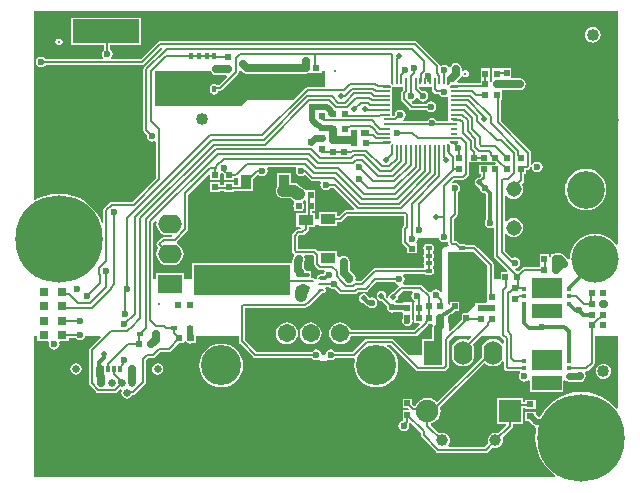
<source format=gtl>
G04*
G04 #@! TF.GenerationSoftware,Altium Limited,Altium Designer,20.0.7 (75)*
G04*
G04 Layer_Physical_Order=1*
G04 Layer_Color=255*
%FSLAX44Y44*%
%MOMM*%
G71*
G01*
G75*
%ADD11C,0.2000*%
%ADD13C,0.3000*%
%ADD18R,0.3500X0.6000*%
%ADD19R,0.4800X0.4000*%
%ADD20R,0.9100X1.2200*%
%ADD21R,1.2200X0.9100*%
%ADD22R,0.8000X0.8000*%
%ADD23R,0.6000X0.5000*%
%ADD24R,0.5000X0.6000*%
%ADD25R,0.5000X0.5000*%
%ADD26R,0.5000X0.5000*%
%ADD27R,1.3000X0.9000*%
%ADD28C,0.5000*%
%ADD29R,5.6000X2.0000*%
%ADD30R,8.2000X2.6000*%
%ADD31R,0.4000X0.6000*%
%ADD32O,0.4000X0.6000*%
%ADD33R,0.6300X0.2500*%
%ADD34R,0.3000X0.2500*%
%ADD35R,0.2500X0.3000*%
%ADD36R,0.2500X0.6300*%
%ADD37O,0.6000X0.4000*%
%ADD38R,0.6000X0.4000*%
%ADD39R,0.4000X0.4000*%
%ADD40R,2.5000X1.2000*%
%ADD41R,2.5000X1.8000*%
G04:AMPARAMS|DCode=42|XSize=1.15mm|YSize=0.35mm|CornerRadius=0.0875mm|HoleSize=0mm|Usage=FLASHONLY|Rotation=0.000|XOffset=0mm|YOffset=0mm|HoleType=Round|Shape=RoundedRectangle|*
%AMROUNDEDRECTD42*
21,1,1.1500,0.1750,0,0,0.0*
21,1,0.9750,0.3500,0,0,0.0*
1,1,0.1750,0.4875,-0.0875*
1,1,0.1750,-0.4875,-0.0875*
1,1,0.1750,-0.4875,0.0875*
1,1,0.1750,0.4875,0.0875*
%
%ADD42ROUNDEDRECTD42*%
G04:AMPARAMS|DCode=43|XSize=1.4625mm|YSize=0.2mm|CornerRadius=0.05mm|HoleSize=0mm|Usage=FLASHONLY|Rotation=0.000|XOffset=0mm|YOffset=0mm|HoleType=Round|Shape=RoundedRectangle|*
%AMROUNDEDRECTD43*
21,1,1.4625,0.1000,0,0,0.0*
21,1,1.3625,0.2000,0,0,0.0*
1,1,0.1000,0.6813,-0.0500*
1,1,0.1000,-0.6813,-0.0500*
1,1,0.1000,-0.6813,0.0500*
1,1,0.1000,0.6813,0.0500*
%
%ADD43ROUNDEDRECTD43*%
G04:AMPARAMS|DCode=44|XSize=0.45mm|YSize=0.25mm|CornerRadius=0.0625mm|HoleSize=0mm|Usage=FLASHONLY|Rotation=0.000|XOffset=0mm|YOffset=0mm|HoleType=Round|Shape=RoundedRectangle|*
%AMROUNDEDRECTD44*
21,1,0.4500,0.1250,0,0,0.0*
21,1,0.3250,0.2500,0,0,0.0*
1,1,0.1250,0.1625,-0.0625*
1,1,0.1250,-0.1625,-0.0625*
1,1,0.1250,-0.1625,0.0625*
1,1,0.1250,0.1625,0.0625*
%
%ADD44ROUNDEDRECTD44*%
%ADD88C,1.0160*%
%ADD89C,0.7000*%
%ADD90C,0.5000*%
%ADD91C,0.4700*%
%ADD92C,0.4500*%
%ADD93C,0.6000*%
%ADD94C,1.0000*%
%ADD95C,0.2500*%
%ADD96C,0.4000*%
%ADD97C,0.6500*%
%ADD98O,1.0000X2.0000*%
%ADD99O,1.3000X0.6500*%
%ADD100R,1.5450X1.5450*%
%ADD101C,1.5450*%
%ADD102C,3.3960*%
%ADD103C,4.0000*%
%ADD104C,1.3080*%
%ADD105C,1.9000*%
%ADD106C,1.0000*%
%ADD107R,1.9000X1.9000*%
%ADD108O,2.0000X1.6000*%
%ADD109R,2.0000X1.6000*%
%ADD110O,1.6000X2.0000*%
%ADD111R,1.6000X2.0000*%
%ADD112C,7.4000*%
%ADD113C,3.2000*%
%ADD114C,0.3000*%
%ADD115C,0.6000*%
G36*
X249000Y333049D02*
X234686D01*
X233711Y332855D01*
X232884Y332302D01*
X222582Y322000D01*
X183000D01*
X178000Y317000D01*
X105000D01*
Y345567D01*
X105433Y346000D01*
X152323D01*
X153395Y344395D01*
X155049Y343290D01*
X157000Y342902D01*
X157000Y342902D01*
X165744D01*
X166270Y341632D01*
X159444Y334806D01*
X157600D01*
X156866Y335297D01*
X155500Y335569D01*
X154134Y335297D01*
X152977Y334523D01*
X152203Y333366D01*
X151931Y332000D01*
Y330000D01*
X152203Y328634D01*
X152977Y327477D01*
X154134Y326703D01*
X155500Y326431D01*
X156866Y326703D01*
X158023Y327477D01*
X158797Y328634D01*
X159011Y329709D01*
X160500D01*
X161476Y329902D01*
X162302Y330455D01*
X175302Y343455D01*
X175855Y344282D01*
X176049Y345257D01*
Y346000D01*
X178790D01*
X179395Y345395D01*
X181049Y344290D01*
X183000Y343902D01*
X233000D01*
X234951Y344290D01*
X235791Y344852D01*
X237000Y345000D01*
X237500D01*
X237500Y345000D01*
X246500D01*
Y346000D01*
X249000D01*
Y333049D01*
D02*
G37*
G36*
X307250Y334650D02*
X306150D01*
X304750Y336050D01*
Y340950D01*
X307250D01*
Y334650D01*
D02*
G37*
G36*
X355250Y336050D02*
X353850Y334650D01*
X352750D01*
Y340950D01*
X355250D01*
Y336050D01*
D02*
G37*
G36*
X304750Y333250D02*
Y332150D01*
X298450D01*
Y334650D01*
X303350D01*
X304750Y333250D01*
D02*
G37*
G36*
X361550Y332150D02*
X355250D01*
Y333250D01*
X356650Y334650D01*
X361550D01*
Y332150D01*
D02*
G37*
G36*
X339451Y331000D02*
X339645Y330025D01*
X340198Y329198D01*
X342198Y327198D01*
X343025Y326645D01*
X344000Y326451D01*
X345957D01*
X346756Y325256D01*
X348244Y324261D01*
X350000Y323912D01*
X351756Y324261D01*
X352480Y324745D01*
X353750Y324066D01*
Y314650D01*
Y303949D01*
X344110D01*
X343244Y305244D01*
X341756Y306239D01*
X340000Y306588D01*
X338244Y306239D01*
X336756Y305244D01*
X335890Y303949D01*
X315826D01*
X315441Y305219D01*
X316244Y305756D01*
X317239Y307244D01*
X317588Y309000D01*
X317239Y310756D01*
X316244Y312244D01*
X314756Y313239D01*
X313000Y313588D01*
X311244Y313239D01*
X309756Y312244D01*
X308761Y310756D01*
X308436Y309124D01*
X307520Y308207D01*
X306250Y308572D01*
Y322650D01*
Y331852D01*
X306374Y332150D01*
Y333026D01*
X307250D01*
X307549Y333150D01*
X315451D01*
Y330541D01*
X314198Y329288D01*
X313645Y328461D01*
X313451Y327485D01*
Y322515D01*
X313645Y321539D01*
X314198Y320712D01*
X320712Y314198D01*
X321539Y313645D01*
X322515Y313451D01*
X335291D01*
X335756Y312756D01*
X337244Y311761D01*
X339000Y311412D01*
X340756Y311761D01*
X342244Y312756D01*
X343239Y314244D01*
X343588Y316000D01*
X343239Y317756D01*
X342244Y319244D01*
X340756Y320239D01*
X339000Y320588D01*
X337244Y320239D01*
X335756Y319244D01*
X335291Y318549D01*
X323751D01*
X322933Y319529D01*
X323302Y320671D01*
X323756Y320761D01*
X325244Y321756D01*
X326239Y323244D01*
X326353Y323815D01*
X327648D01*
X327761Y323244D01*
X328756Y321756D01*
X330244Y320761D01*
X332000Y320412D01*
X333756Y320761D01*
X335244Y321756D01*
X336239Y323244D01*
X336588Y325000D01*
X336239Y326756D01*
X335244Y328244D01*
X333756Y329239D01*
X332000Y329588D01*
X331180Y329425D01*
X328725Y331880D01*
X328974Y333150D01*
X339451D01*
Y331000D01*
D02*
G37*
G36*
X361550Y284150D02*
X356650D01*
X355250Y285550D01*
Y286650D01*
X361550D01*
Y284150D01*
D02*
G37*
G36*
X304750Y285550D02*
X303350Y284150D01*
X298450D01*
Y286650D01*
X304750D01*
Y285550D01*
D02*
G37*
G36*
X355250Y282750D02*
Y277850D01*
X352750D01*
Y284150D01*
X353850D01*
X355250Y282750D01*
D02*
G37*
G36*
X307250Y277850D02*
X304750D01*
Y282750D01*
X306150Y284150D01*
X307250D01*
Y277850D01*
D02*
G37*
G36*
X388000Y269000D02*
X388500Y269000D01*
X389270Y269000D01*
X392993D01*
X393525Y268645D01*
X393641Y268270D01*
X392724Y267000D01*
X388500D01*
Y267000D01*
X388000Y267000D01*
Y267000D01*
X380000D01*
Y259000D01*
X381119D01*
X381313Y257730D01*
X379578Y255994D01*
X378439Y255768D01*
X377116Y254884D01*
X376232Y253561D01*
X375922Y252000D01*
X376232Y250439D01*
X377116Y249116D01*
X378439Y248232D01*
X378835Y248153D01*
X379912Y247500D01*
X380261Y245744D01*
X381256Y244256D01*
X382744Y243261D01*
X384500Y242912D01*
X384719Y242955D01*
X385941Y241733D01*
Y221368D01*
X385756Y221244D01*
X384761Y219756D01*
X384412Y218000D01*
X384761Y216244D01*
X385756Y214756D01*
X387244Y213761D01*
X389000Y213412D01*
X390756Y213761D01*
X391181Y214045D01*
X392451Y213366D01*
Y190000D01*
X392645Y189025D01*
X393198Y188198D01*
X403722Y177673D01*
X403236Y176500D01*
X398000D01*
Y170000D01*
X392549D01*
Y182000D01*
X392355Y182976D01*
X391802Y183802D01*
X389605Y186000D01*
X389605Y186000D01*
X379000Y196605D01*
X379000Y196605D01*
X377302Y198302D01*
X376475Y198855D01*
X375500Y199049D01*
X368485D01*
X367366Y199797D01*
X366000Y200069D01*
X364000D01*
X363971Y200063D01*
X362231Y201802D01*
X361404Y202355D01*
X360429Y202549D01*
X358549D01*
Y220989D01*
X360802Y223242D01*
X361355Y224069D01*
X361549Y225045D01*
Y243291D01*
X362244Y243756D01*
X363239Y245244D01*
X363588Y247000D01*
X363239Y248756D01*
X362244Y250244D01*
X360756Y251239D01*
X359000Y251588D01*
X357738Y251337D01*
X357112Y252507D01*
X359056Y254451D01*
X366243D01*
X367218Y254645D01*
X368045Y255198D01*
X370302Y257455D01*
X370855Y258282D01*
X371049Y259257D01*
Y269000D01*
X379500D01*
Y269000D01*
X380000Y269000D01*
Y269000D01*
X388000D01*
Y269000D01*
D02*
G37*
G36*
X497000Y199626D02*
X495730Y199287D01*
X493276Y202276D01*
X490003Y204963D01*
X486268Y206959D01*
X482215Y208189D01*
X478000Y208604D01*
X473785Y208189D01*
X469733Y206959D01*
X465998Y204963D01*
X462724Y202276D01*
X460037Y199002D01*
X458041Y195268D01*
X456811Y191215D01*
X456451Y187555D01*
X455153Y187057D01*
X451605Y190605D01*
X449951Y191710D01*
X448000Y192098D01*
X445000D01*
X443049Y191710D01*
X442735Y191500D01*
X441000D01*
Y190013D01*
X440290Y188951D01*
X440270Y188850D01*
X439000Y188975D01*
Y191500D01*
X431000D01*
Y183770D01*
X431000Y182500D01*
X431000D01*
Y182500D01*
X431000D01*
Y180549D01*
X418000D01*
X417024Y180355D01*
X416198Y179802D01*
X413234Y176839D01*
X411766D01*
X410407Y178198D01*
X410825Y179576D01*
X411756Y179761D01*
X413244Y180756D01*
X414239Y182244D01*
X414588Y184000D01*
X414239Y185756D01*
X413244Y187244D01*
X411756Y188239D01*
X410000Y188588D01*
X408244Y188239D01*
X407718Y187887D01*
X401549Y194056D01*
Y208217D01*
X402819Y208648D01*
X403266Y208066D01*
X404945Y206777D01*
X406901Y205967D01*
X409000Y205691D01*
X411099Y205967D01*
X413055Y206777D01*
X414734Y208066D01*
X416023Y209745D01*
X416833Y211701D01*
X417109Y213800D01*
X416833Y215899D01*
X416023Y217855D01*
X414734Y219534D01*
X413055Y220823D01*
X411099Y221633D01*
X409000Y221909D01*
X406901Y221633D01*
X404945Y220823D01*
X403266Y219534D01*
X402819Y218952D01*
X401549Y219383D01*
Y240617D01*
X402819Y241048D01*
X403266Y240466D01*
X404945Y239177D01*
X406901Y238367D01*
X409000Y238091D01*
X411099Y238367D01*
X413055Y239177D01*
X414734Y240466D01*
X416023Y242145D01*
X416833Y244101D01*
X417109Y246200D01*
X416833Y248299D01*
X416023Y250255D01*
X415652Y250739D01*
X416802Y251889D01*
X417355Y252716D01*
X417549Y253692D01*
Y259000D01*
X419500D01*
Y262451D01*
X420000D01*
X420975Y262645D01*
X421802Y263198D01*
X422802Y264198D01*
X423168Y264744D01*
X424321Y264672D01*
X424489Y264610D01*
X424761Y263244D01*
X425756Y261756D01*
X427244Y260761D01*
X429000Y260412D01*
X430756Y260761D01*
X432244Y261756D01*
X433239Y263244D01*
X433588Y265000D01*
X433239Y266756D01*
X432244Y268244D01*
X430756Y269239D01*
X429000Y269588D01*
X427244Y269239D01*
X425756Y268244D01*
X424819Y266842D01*
X424726Y266830D01*
X423549Y267584D01*
Y277243D01*
X423355Y278218D01*
X422802Y279045D01*
X398049Y303798D01*
Y321500D01*
X399000D01*
Y329902D01*
X414000D01*
X415951Y330290D01*
X417605Y331395D01*
X418710Y333049D01*
X419098Y335000D01*
X418710Y336951D01*
X417605Y338605D01*
X417605D01*
X415951Y339710D01*
X414000Y340098D01*
X407888D01*
X407000Y341000D01*
Y349000D01*
X399000D01*
Y348500D01*
X391000D01*
Y339500D01*
X391000Y339500D01*
X391000Y339000D01*
X390852Y337791D01*
X390290Y336951D01*
X390270Y336850D01*
X389000Y336975D01*
Y339000D01*
X389000D01*
X389000Y339500D01*
X389000D01*
Y348500D01*
X381000D01*
Y339500D01*
X381000D01*
X381000Y339000D01*
X381000D01*
Y336199D01*
X361730D01*
X361668Y336225D01*
X361504Y336384D01*
X361022Y337543D01*
X361160Y337751D01*
X363605Y340195D01*
X364506Y341544D01*
X365560Y341776D01*
X365983Y341740D01*
X366829Y341174D01*
X368000Y340941D01*
X369170Y341174D01*
X370163Y341837D01*
X370826Y342830D01*
X371059Y344000D01*
X370826Y345171D01*
X370163Y346163D01*
X369170Y346826D01*
X368000Y347059D01*
X366829Y346826D01*
X366368Y346518D01*
X365098Y347169D01*
Y348000D01*
X364710Y349951D01*
X363605Y351605D01*
X361951Y352710D01*
X360000Y353098D01*
X358049Y352710D01*
X356395Y351605D01*
X355290Y349951D01*
X355216Y349579D01*
X353868Y349311D01*
X353244Y350244D01*
X351756Y351239D01*
X350000Y351588D01*
X348244Y351239D01*
X347703Y350878D01*
X346889Y351040D01*
X346190Y351394D01*
X345802Y351974D01*
X326974Y370802D01*
X326147Y371355D01*
X325172Y371549D01*
X109343D01*
X108368Y371355D01*
X107541Y370802D01*
X93287Y356549D01*
X68724D01*
X68360Y357464D01*
X68287Y357819D01*
X69239Y359244D01*
X69588Y361000D01*
X69239Y362756D01*
X68244Y364244D01*
X67549Y364709D01*
Y368500D01*
X93500D01*
Y391500D01*
X34500D01*
Y368500D01*
X62451D01*
Y364709D01*
X61756Y364244D01*
X60761Y362756D01*
X60412Y361000D01*
X60761Y359244D01*
X61713Y357819D01*
X61640Y357464D01*
X61276Y356549D01*
X12709D01*
X12244Y357244D01*
X10756Y358239D01*
X9000Y358588D01*
X7244Y358239D01*
X5756Y357244D01*
X4761Y355756D01*
X4412Y354000D01*
X4761Y352244D01*
X5756Y350756D01*
X7244Y349761D01*
X9000Y349412D01*
X10756Y349761D01*
X12244Y350756D01*
X12709Y351451D01*
X94343D01*
X95319Y351645D01*
X96146Y352198D01*
X110185Y366237D01*
X110919Y366148D01*
X111390Y364824D01*
X96198Y349631D01*
X95645Y348804D01*
X95451Y347828D01*
Y296000D01*
X95645Y295025D01*
X96198Y294198D01*
X98575Y291820D01*
X98412Y291000D01*
X98761Y289244D01*
X99756Y287756D01*
X101244Y286761D01*
X103000Y286412D01*
X104756Y286761D01*
X105181Y287045D01*
X106451Y286366D01*
Y255813D01*
X86187Y235549D01*
X68515D01*
X67539Y235355D01*
X66712Y234802D01*
X62198Y230288D01*
X61645Y229461D01*
X61451Y228485D01*
Y217509D01*
X60181Y217257D01*
X58410Y221533D01*
X55244Y226700D01*
X51308Y231308D01*
X46700Y235243D01*
X41533Y238410D01*
X35934Y240729D01*
X30041Y242144D01*
X24000Y242619D01*
X17959Y242144D01*
X12066Y240729D01*
X6467Y238410D01*
X4108Y236964D01*
X3000Y237585D01*
Y397000D01*
X497000D01*
Y199626D01*
D02*
G37*
G36*
X225045Y264181D02*
X224761Y263756D01*
X224412Y262000D01*
X224761Y260244D01*
X225756Y258756D01*
X227244Y257761D01*
X229000Y257412D01*
X230756Y257761D01*
X232244Y258756D01*
X232267Y258758D01*
X236828Y254198D01*
X237655Y253645D01*
X238630Y253451D01*
X245366D01*
X246045Y252181D01*
X245761Y251756D01*
X245412Y250000D01*
X245761Y248244D01*
X246756Y246756D01*
X248244Y245761D01*
X250000Y245412D01*
X251756Y245761D01*
X253244Y246756D01*
X253709Y247451D01*
X256488D01*
X274217Y229722D01*
X273731Y228549D01*
X269691D01*
X268828Y228720D01*
X267172D01*
X266196Y228526D01*
X265369Y227974D01*
X264608Y227213D01*
X264608Y227213D01*
X260944Y223549D01*
X259600D01*
Y227050D01*
X244400D01*
Y221098D01*
X241000D01*
Y226000D01*
X238549D01*
Y228000D01*
X241000D01*
Y236000D01*
X241000D01*
X241000Y236500D01*
X241000D01*
Y245500D01*
X233000D01*
X232003Y246158D01*
X231636Y246636D01*
X230278Y247678D01*
X228939Y248232D01*
X227535Y249636D01*
X226178Y250678D01*
X224596Y251333D01*
X222899Y251556D01*
X220750D01*
Y259600D01*
X208650D01*
Y248705D01*
X208322Y248278D01*
X207667Y246697D01*
X207444Y245000D01*
X207667Y243303D01*
X208322Y241722D01*
X209364Y240364D01*
X210722Y239322D01*
X212303Y238667D01*
X214000Y238444D01*
X220184D01*
X221264Y237364D01*
X222046Y236764D01*
X223000Y236000D01*
Y234113D01*
X222761Y233756D01*
X222412Y232000D01*
X222761Y230244D01*
X223000Y229887D01*
Y228000D01*
X224887D01*
X225244Y227761D01*
X227000Y227412D01*
X228756Y227761D01*
X229113Y228000D01*
X231000D01*
Y229887D01*
X231239Y230244D01*
X231588Y232000D01*
X231239Y233756D01*
X231000Y234113D01*
Y236000D01*
X231000Y236000D01*
X231000D01*
X231846Y236853D01*
X231885Y236875D01*
X233000Y236074D01*
X233000Y236000D01*
X233000D01*
Y228000D01*
X233451D01*
Y226000D01*
X225000D01*
Y214000D01*
X228317D01*
X228949Y212730D01*
X228526Y212170D01*
X227434D01*
X227434Y212170D01*
X226379D01*
X225403Y211976D01*
X224576Y211424D01*
X223830Y210677D01*
X223830Y210677D01*
X222444Y209292D01*
X222444Y209291D01*
X221698Y208545D01*
X221145Y207718D01*
X220951Y206743D01*
Y205687D01*
X220951Y205687D01*
Y196049D01*
X220951Y196049D01*
Y194672D01*
X221145Y193696D01*
X221698Y192869D01*
X222503Y192064D01*
X223000Y191000D01*
Y190013D01*
X222290Y188951D01*
X222083Y187910D01*
X221790Y187472D01*
X221402Y185521D01*
Y183500D01*
X136500D01*
Y170000D01*
X129500D01*
Y175700D01*
X106500D01*
Y170000D01*
X104049D01*
Y217917D01*
X105441Y219310D01*
X106644Y218716D01*
X106418Y217000D01*
X106744Y214520D01*
X107702Y212209D01*
X109225Y210224D01*
X111209Y208702D01*
X113520Y207745D01*
X116000Y207418D01*
X119390D01*
X120105Y206239D01*
X120111Y206173D01*
X119994Y205985D01*
X112836D01*
X111861Y205791D01*
X111034Y205238D01*
X107198Y201402D01*
X106645Y200575D01*
X106451Y199600D01*
X106645Y198624D01*
X107198Y197798D01*
X108094Y196902D01*
X107702Y196391D01*
X106744Y194080D01*
X106418Y191600D01*
X106744Y189120D01*
X107702Y186809D01*
X109225Y184825D01*
X111209Y183302D01*
X113520Y182344D01*
X116000Y182018D01*
X120000D01*
X122480Y182344D01*
X124791Y183302D01*
X126776Y184825D01*
X128298Y186809D01*
X129256Y189120D01*
X129582Y191600D01*
X129256Y194080D01*
X128298Y196391D01*
X126776Y198375D01*
X124791Y199898D01*
X123984Y200233D01*
X123795Y201634D01*
X132802Y210641D01*
X133355Y211468D01*
X133549Y212444D01*
Y241687D01*
X150327Y258465D01*
X151500Y257978D01*
Y254000D01*
X160500D01*
Y259399D01*
X161770Y260078D01*
X162244Y259761D01*
X162731Y259664D01*
X163500Y258895D01*
Y254000D01*
X172500D01*
Y255451D01*
X173278D01*
X174254Y255645D01*
X174680Y255930D01*
X175950Y255387D01*
Y250049D01*
X172500D01*
Y252000D01*
X163500D01*
Y250049D01*
X160500D01*
Y252000D01*
X151500D01*
Y244000D01*
X160500D01*
Y244951D01*
X163500D01*
Y244000D01*
X172500D01*
Y244951D01*
X175950D01*
Y244400D01*
X188050D01*
Y254445D01*
X192396Y258791D01*
X192756Y258756D01*
X194244Y257761D01*
X196000Y257412D01*
X197756Y257761D01*
X199244Y258756D01*
X200239Y260244D01*
X200588Y262000D01*
X200239Y263756D01*
X199955Y264181D01*
X200634Y265451D01*
X224366D01*
X225045Y264181D01*
D02*
G37*
G36*
X269000Y223451D02*
X316451D01*
Y215220D01*
X316231Y215000D01*
X315000D01*
Y213671D01*
X314645Y213140D01*
X314451Y212164D01*
Y205000D01*
Y201500D01*
X314645Y200525D01*
X315198Y199698D01*
X318500Y196395D01*
Y192000D01*
X327500D01*
Y200000D01*
X327225D01*
X326588Y201270D01*
X327239Y202244D01*
X327588Y204000D01*
X327584Y204018D01*
X328390Y205000D01*
X345611D01*
X345761Y204244D01*
X346756Y202756D01*
X348244Y201761D01*
X350000Y201412D01*
X351756Y201761D01*
X352181Y202045D01*
X353451Y201366D01*
Y201172D01*
X353645Y200196D01*
X354198Y199369D01*
X354199Y199368D01*
X353673Y198098D01*
X353000D01*
X351049Y197710D01*
X349395Y196605D01*
X348290Y194951D01*
X347902Y193000D01*
Y179000D01*
X347911Y178955D01*
X347903Y178909D01*
X348249Y159530D01*
X346986Y159135D01*
X346244Y160244D01*
X344756Y161239D01*
X343000Y161588D01*
X341244Y161239D01*
X339756Y160244D01*
X339115Y159286D01*
X337612Y158993D01*
X331802Y164802D01*
X330975Y165355D01*
X330000Y165549D01*
X315724D01*
X315360Y166464D01*
X315287Y166819D01*
X316239Y168244D01*
X316588Y170000D01*
X316239Y171756D01*
X315287Y173181D01*
X315360Y173536D01*
X315724Y174451D01*
X333515D01*
X334634Y173703D01*
X336000Y173431D01*
X338000D01*
X339366Y173703D01*
X340523Y174477D01*
X341297Y175634D01*
X341569Y177000D01*
X341297Y178366D01*
X340523Y179523D01*
Y180977D01*
X341297Y182134D01*
X341569Y183500D01*
X341297Y184866D01*
X340523Y186023D01*
Y187477D01*
X341297Y188634D01*
X341569Y190000D01*
X341297Y191366D01*
X340523Y192523D01*
Y193961D01*
X340558Y194028D01*
X341297Y195134D01*
X341569Y196500D01*
X341297Y197866D01*
X340523Y199023D01*
X339366Y199797D01*
X338000Y200069D01*
X336000D01*
X334634Y199797D01*
X333477Y199023D01*
X332703Y197866D01*
X332431Y196500D01*
X332703Y195134D01*
X333442Y194028D01*
X333477Y193961D01*
Y192523D01*
X332703Y191366D01*
X332431Y190000D01*
X332703Y188634D01*
X333477Y187477D01*
Y186023D01*
X332703Y184866D01*
X332431Y183500D01*
X332703Y182134D01*
X333477Y180977D01*
X333483Y180755D01*
X333000Y180244D01*
Y179549D01*
X291429D01*
X290453Y179355D01*
X289922Y179000D01*
X289627Y178802D01*
X279373Y168549D01*
X276005D01*
X274963Y169819D01*
X275098Y170500D01*
Y170678D01*
X274710Y172628D01*
X273605Y174282D01*
X270098Y177789D01*
Y179000D01*
Y185000D01*
X269710Y186951D01*
X269000Y188013D01*
Y189000D01*
X268013D01*
X266951Y189710D01*
X265000Y190098D01*
X263049Y189710D01*
X262209Y189148D01*
X261000Y189000D01*
Y189000D01*
X260870Y188915D01*
X259600Y189599D01*
Y194350D01*
X244400D01*
Y194107D01*
X243227Y193621D01*
X242045Y194802D01*
X241218Y195355D01*
X240243Y195549D01*
X231126D01*
X230668Y195855D01*
X229692Y196049D01*
X226049D01*
Y205000D01*
Y205687D01*
X227434Y207072D01*
X230121D01*
X231097Y207266D01*
X231924Y207819D01*
X234802Y210698D01*
X235355Y211525D01*
X235549Y212500D01*
Y214000D01*
X241000D01*
Y216000D01*
X244400D01*
Y214950D01*
X259600D01*
Y218451D01*
X262000D01*
X262975Y218645D01*
X263802Y219198D01*
X268213Y223608D01*
X269000Y223451D01*
D02*
G37*
G36*
X386000Y182395D02*
Y150588D01*
X384244Y150239D01*
X384004Y150078D01*
X381000D01*
X380606Y150000D01*
X376500D01*
Y148435D01*
X370365Y141500D01*
X365000D01*
Y136105D01*
X355112Y126216D01*
X353934Y126692D01*
X353715Y138940D01*
X355217Y140441D01*
X355500D01*
X355500Y140441D01*
X356670Y140674D01*
X357663Y141337D01*
X359326Y143000D01*
X363000D01*
Y151000D01*
X355000D01*
Y148469D01*
X354818Y148346D01*
X353535Y149013D01*
X353000Y179000D01*
Y193000D01*
X363656D01*
X364000Y192931D01*
X366000D01*
X366344Y193000D01*
X375395D01*
X386000Y182395D01*
D02*
G37*
G36*
X239622Y190016D02*
X239622Y190016D01*
X240351Y189287D01*
Y182507D01*
X240545Y181532D01*
X241098Y180705D01*
X243105Y178698D01*
X243932Y178145D01*
X244907Y177951D01*
X248701D01*
X249379Y176681D01*
X248761Y175756D01*
X248548Y174686D01*
X248171Y174309D01*
X246250D01*
X246250Y174309D01*
X245079Y174076D01*
X244654Y173792D01*
X244375D01*
X243546Y173627D01*
X242843Y173157D01*
X242373Y172454D01*
X242208Y171625D01*
Y170375D01*
X241901Y170000D01*
X240550D01*
X240254Y170442D01*
X239593Y170884D01*
X238813Y171039D01*
X238365D01*
X237658Y172128D01*
X237634Y172309D01*
X237796Y173125D01*
Y174875D01*
X237612Y175802D01*
X237087Y176587D01*
X236302Y177112D01*
X235375Y177297D01*
X233040D01*
X232960Y177701D01*
X231855Y179355D01*
X231598Y179612D01*
Y183902D01*
X231710Y184070D01*
X232098Y186021D01*
Y187000D01*
X231710Y188951D01*
X231556Y189181D01*
X232235Y190451D01*
X239187D01*
X239622Y190016D01*
D02*
G37*
G36*
X308756Y166756D02*
X310244Y165761D01*
X311190Y165573D01*
X311608Y164195D01*
X306595Y159183D01*
X306453Y158970D01*
X305439Y158768D01*
X304116Y157884D01*
X303232Y156561D01*
X302922Y155000D01*
X301791Y154397D01*
X300922Y155215D01*
X301078Y156000D01*
X300768Y157561D01*
X299884Y158884D01*
X298561Y159768D01*
X297000Y160078D01*
X295439Y159768D01*
X294116Y158884D01*
X293232Y157561D01*
X292922Y156000D01*
X293232Y154439D01*
X293460Y154099D01*
X293468Y154059D01*
X294296Y152818D01*
X295537Y151989D01*
X297000Y151698D01*
X297182Y151735D01*
X301790Y147127D01*
X301616Y146250D01*
X301965Y144494D01*
X302960Y143006D01*
X304448Y142011D01*
X306204Y141662D01*
X307960Y142011D01*
X308582Y142427D01*
X314102D01*
X315000Y141529D01*
X315000Y141000D01*
X315000Y140230D01*
Y137113D01*
X314761Y136756D01*
X314412Y135000D01*
X314761Y133244D01*
X315756Y131756D01*
X317244Y130761D01*
X319000Y130412D01*
X320756Y130761D01*
X322244Y131756D01*
X323239Y133244D01*
X323588Y135000D01*
X323239Y136756D01*
X323000Y137113D01*
Y140230D01*
X323000Y141500D01*
X323000Y142270D01*
Y150500D01*
X315000D01*
Y150073D01*
X309623D01*
X308822Y151295D01*
X308847Y151424D01*
X309884Y152116D01*
X310768Y153439D01*
X311078Y155000D01*
X310837Y156214D01*
X315074Y160451D01*
X323276D01*
X323640Y159536D01*
X323713Y159181D01*
X322761Y157756D01*
X322412Y156000D01*
X322761Y154244D01*
X323756Y152756D01*
X325244Y151761D01*
X325074Y150500D01*
X325000D01*
Y141500D01*
X325000D01*
X325000Y141000D01*
X325000D01*
Y133000D01*
X328979D01*
X329464Y131827D01*
X324287Y126649D01*
X270929D01*
X270058Y128752D01*
X268579Y130679D01*
X266652Y132158D01*
X264408Y133088D01*
X262000Y133405D01*
X259592Y133088D01*
X257348Y132158D01*
X255421Y130679D01*
X253942Y128752D01*
X253012Y126508D01*
X252695Y124100D01*
X253012Y121692D01*
X253942Y119448D01*
X255421Y117521D01*
X257348Y116042D01*
X259592Y115112D01*
X262000Y114795D01*
X264408Y115112D01*
X266652Y116042D01*
X268579Y117521D01*
X270058Y119448D01*
X270929Y121551D01*
X325343D01*
X326318Y121745D01*
X327145Y122298D01*
X336302Y131455D01*
X336791Y132186D01*
X337105Y132500D01*
X340232D01*
X340911Y131230D01*
X340390Y130451D01*
X340002Y128500D01*
Y119500D01*
X331100D01*
Y106000D01*
X320728D01*
X307946Y118782D01*
X307119Y119335D01*
X306143Y119529D01*
X284424D01*
X283449Y119335D01*
X282622Y118782D01*
X272388Y108549D01*
X257709D01*
X257244Y109244D01*
X255756Y110239D01*
X254000Y110588D01*
X252244Y110239D01*
X250756Y109244D01*
X249761Y107756D01*
X249412Y106000D01*
X246588D01*
X246239Y107756D01*
X245244Y109244D01*
X243756Y110239D01*
X242000Y110588D01*
X240244Y110239D01*
X238756Y109244D01*
X238291Y108549D01*
X191463D01*
X181549Y118463D01*
Y145951D01*
X232107D01*
X233082Y146145D01*
X233909Y146698D01*
X234662Y147451D01*
X235000D01*
X235975Y147645D01*
X236802Y148198D01*
X246552Y157948D01*
X246727Y158208D01*
X247625D01*
X248454Y158373D01*
X249157Y158843D01*
X249627Y159546D01*
X249792Y160375D01*
Y161625D01*
X249627Y162454D01*
X250321Y163701D01*
X253041D01*
X253506Y163006D01*
X254994Y162011D01*
X256750Y161662D01*
X257570Y161825D01*
X261198Y158198D01*
X262024Y157645D01*
X263000Y157451D01*
X274525D01*
X275501Y157645D01*
X276327Y158198D01*
X277581Y159451D01*
X283743D01*
X284718Y159645D01*
X285545Y160198D01*
X292798Y167451D01*
X308291D01*
X308756Y166756D01*
D02*
G37*
G36*
X497000Y60819D02*
X495808Y60380D01*
X493308Y63308D01*
X488700Y67243D01*
X483533Y70410D01*
X477934Y72729D01*
X472041Y74144D01*
X466000Y74619D01*
X459959Y74144D01*
X454066Y72729D01*
X448467Y70410D01*
X443300Y67243D01*
X438692Y63308D01*
X434757Y58700D01*
X431590Y53533D01*
X431486Y53281D01*
X429987D01*
X427500Y55768D01*
Y58000D01*
X423894D01*
X423500Y58078D01*
X423500Y58078D01*
X423000D01*
X422606Y58000D01*
X418500D01*
Y50000D01*
X421732D01*
X425414Y46319D01*
X425414Y46319D01*
X426737Y45435D01*
X427336Y45315D01*
X428310Y43930D01*
X427856Y42041D01*
X427381Y36000D01*
X427856Y29959D01*
X429271Y24066D01*
X431590Y18467D01*
X434757Y13300D01*
X438692Y8692D01*
X443300Y4757D01*
X444172Y4222D01*
X443827Y3000D01*
X3000D01*
Y122000D01*
X5500D01*
Y117500D01*
X14847D01*
X15656Y116230D01*
X15412Y115000D01*
X15761Y113244D01*
X16756Y111756D01*
X18244Y110761D01*
X20000Y110412D01*
X21756Y110761D01*
X23244Y111756D01*
X24239Y113244D01*
X24588Y115000D01*
X24344Y116230D01*
X25153Y117500D01*
X32500D01*
Y120451D01*
X38291D01*
X38756Y119756D01*
X40244Y118761D01*
X42000Y118412D01*
X43756Y118761D01*
X45244Y119756D01*
X46239Y121244D01*
X46389Y122000D01*
X58736D01*
X59222Y120827D01*
X49948Y111552D01*
X49395Y110725D01*
X49201Y109750D01*
Y82011D01*
X49395Y81036D01*
X49948Y80209D01*
X55609Y74548D01*
X56436Y73995D01*
X57411Y73801D01*
X71589D01*
X72564Y73995D01*
X73391Y74548D01*
X75999Y77156D01*
X76591Y77088D01*
X77217Y75739D01*
X77026Y75453D01*
X76657Y73600D01*
X77026Y71747D01*
X78075Y70175D01*
X79647Y69126D01*
X81500Y68757D01*
X83353Y69126D01*
X84925Y70175D01*
X85974Y71747D01*
X86007Y71912D01*
X86700D01*
X87675Y72106D01*
X88502Y72659D01*
X97052Y81209D01*
X97605Y82036D01*
X97799Y83011D01*
Y101194D01*
X99806Y103201D01*
X103750D01*
X104726Y103395D01*
X105552Y103948D01*
X110056Y108451D01*
X117000D01*
X117976Y108645D01*
X118802Y109198D01*
X125605Y116000D01*
X130000D01*
Y116950D01*
X131173Y117331D01*
X131694Y116847D01*
X131756Y116756D01*
X131890Y116666D01*
X132000Y116564D01*
Y116000D01*
X132887D01*
X133244Y115761D01*
X135000Y115412D01*
X136756Y115761D01*
X137113Y116000D01*
X140000D01*
Y119606D01*
X140078Y120000D01*
X140000Y120394D01*
Y122000D01*
X176451D01*
Y118463D01*
X176451Y118463D01*
Y117407D01*
X176645Y116432D01*
X177198Y115605D01*
X177944Y114859D01*
X177944Y114858D01*
X188605Y104198D01*
X189432Y103645D01*
X190407Y103451D01*
X191463D01*
X191463Y103451D01*
X238291D01*
X238756Y102756D01*
X240244Y101761D01*
X242000Y101412D01*
X243756Y101761D01*
X243756Y101761D01*
X244220Y101569D01*
X244637Y101290D01*
X245130Y101192D01*
X245594Y101000D01*
X246096D01*
X246588Y100902D01*
X249412D01*
X249904Y101000D01*
X250406D01*
X250870Y101192D01*
X251363Y101290D01*
X251780Y101569D01*
X252244Y101761D01*
X252244Y101761D01*
X254000Y101412D01*
X255756Y101761D01*
X257244Y102756D01*
X257709Y103451D01*
X272388D01*
X272388Y103451D01*
X273444D01*
X274055Y103573D01*
X274891Y102886D01*
X275081Y102580D01*
X274487Y100623D01*
X274131Y97000D01*
X274487Y93377D01*
X275544Y89894D01*
X277260Y86683D01*
X279569Y83869D01*
X282383Y81560D01*
X285594Y79844D01*
X289077Y78787D01*
X292700Y78431D01*
X296323Y78787D01*
X299806Y79844D01*
X303017Y81560D01*
X305831Y83869D01*
X308140Y86683D01*
X309856Y89894D01*
X310913Y93377D01*
X311269Y97000D01*
X310913Y100623D01*
X309856Y104106D01*
X308140Y107317D01*
X305831Y110131D01*
X303017Y112440D01*
X301667Y113161D01*
X301986Y114431D01*
X305088D01*
X317123Y102395D01*
X326321Y93198D01*
X327148Y92645D01*
X328123Y92451D01*
X349843D01*
X350818Y92645D01*
X351645Y93198D01*
X353402Y94955D01*
X353955Y95782D01*
X354149Y96757D01*
Y118044D01*
X358105Y122000D01*
X372736D01*
X373222Y120827D01*
X370722Y118327D01*
X368480Y119256D01*
X366000Y119582D01*
X363520Y119256D01*
X361209Y118298D01*
X359225Y116776D01*
X357702Y114791D01*
X356744Y112480D01*
X356418Y110000D01*
Y106000D01*
X356744Y103520D01*
X357702Y101209D01*
X359225Y99225D01*
X361209Y97702D01*
X363520Y96744D01*
X366000Y96418D01*
X368480Y96744D01*
X370791Y97702D01*
X372775Y99225D01*
X374298Y101209D01*
X375256Y103520D01*
X375582Y106000D01*
Y110000D01*
X375256Y112480D01*
X374327Y114722D01*
X381605Y122000D01*
X397661D01*
X398198Y121198D01*
X400451Y118944D01*
Y115896D01*
X399181Y115465D01*
X398176Y116776D01*
X396191Y118298D01*
X393880Y119256D01*
X391400Y119582D01*
X388920Y119256D01*
X386609Y118298D01*
X384625Y116776D01*
X383102Y114791D01*
X382145Y112480D01*
X381818Y110000D01*
Y106000D01*
X382073Y104066D01*
X344321Y66314D01*
X343845Y66345D01*
X341547Y68109D01*
X338872Y69217D01*
X336000Y69595D01*
X333128Y69217D01*
X330453Y68109D01*
X328155Y66345D01*
X326391Y64047D01*
X325978Y63049D01*
X324556D01*
X323000Y64605D01*
Y69000D01*
X315000D01*
Y61000D01*
X319389D01*
X320124Y60109D01*
X319650Y59000D01*
X315000D01*
Y51000D01*
X314088Y50135D01*
X312756Y49244D01*
X311761Y47756D01*
X311412Y46000D01*
X311761Y44244D01*
X312756Y42756D01*
X314244Y41761D01*
X316000Y41412D01*
X317756Y41761D01*
X319244Y42756D01*
X320239Y44244D01*
X320588Y46000D01*
X320243Y47733D01*
X320493Y48106D01*
X321953Y48443D01*
X330294Y40101D01*
Y37843D01*
X330488Y36868D01*
X331041Y36041D01*
X343384Y23698D01*
X344211Y23145D01*
X345186Y22951D01*
X385500D01*
X386475Y23145D01*
X387302Y23698D01*
X391074Y27469D01*
X391803Y27167D01*
X393500Y26944D01*
X395197Y27167D01*
X396778Y27822D01*
X398136Y28864D01*
X399178Y30222D01*
X399833Y31803D01*
X400056Y33500D01*
X399833Y35197D01*
X399531Y35926D01*
X407802Y44198D01*
X408355Y45024D01*
X408549Y46000D01*
Y47500D01*
X417000D01*
Y60951D01*
X418500D01*
Y60000D01*
X427500D01*
Y68000D01*
X418500D01*
Y66049D01*
X417000D01*
Y69500D01*
X395000D01*
Y47500D01*
X402099D01*
X402625Y46230D01*
X395926Y39531D01*
X395197Y39833D01*
X393500Y40056D01*
X391803Y39833D01*
X390222Y39178D01*
X388864Y38136D01*
X387822Y36778D01*
X387167Y35197D01*
X386944Y33500D01*
X387167Y31803D01*
X387469Y31074D01*
X384444Y28049D01*
X354071D01*
X353485Y29319D01*
X354178Y30222D01*
X354833Y31803D01*
X355056Y33500D01*
X354833Y35197D01*
X354178Y36778D01*
X353136Y38136D01*
X351778Y39178D01*
X350197Y39833D01*
X348500Y40056D01*
X346803Y39833D01*
X346074Y39531D01*
X339065Y46540D01*
X339032Y46749D01*
X339365Y47988D01*
X341547Y48892D01*
X343845Y50655D01*
X345608Y52952D01*
X346717Y55628D01*
X347095Y58500D01*
X346717Y61372D01*
X346679Y61463D01*
X384452Y99236D01*
X384625Y99225D01*
X386609Y97702D01*
X388920Y96744D01*
X391400Y96418D01*
X393880Y96744D01*
X396191Y97702D01*
X398176Y99225D01*
X399181Y100535D01*
X400451Y100104D01*
Y96000D01*
X400645Y95024D01*
X401198Y94198D01*
X402698Y92698D01*
X403525Y92145D01*
X404500Y91951D01*
X414018D01*
X414379Y90681D01*
X413761Y89756D01*
X413412Y88000D01*
X413761Y86244D01*
X414500Y85138D01*
Y84500D01*
X415138D01*
X416244Y83761D01*
X418000Y83412D01*
X419756Y83761D01*
X420367Y84169D01*
X421500Y84500D01*
Y84500D01*
X421730Y84623D01*
X423000Y83861D01*
Y74500D01*
X451000D01*
Y83862D01*
X452270Y84623D01*
X452500Y84500D01*
Y84500D01*
X453633Y84169D01*
X454244Y83761D01*
X456000Y83412D01*
X462867D01*
X463049Y83290D01*
X465000Y82902D01*
X466951Y83290D01*
X468605Y84395D01*
X468605D01*
X469710Y86049D01*
X470098Y88000D01*
X469710Y89951D01*
X469222Y90681D01*
X469901Y91951D01*
X470500D01*
X471475Y92145D01*
X472302Y92698D01*
X476802Y97198D01*
X477355Y98025D01*
X477549Y99000D01*
Y122000D01*
X497000D01*
Y60819D01*
D02*
G37*
%LPC*%
G36*
X476000Y383637D02*
X474282Y383411D01*
X472682Y382748D01*
X471307Y381693D01*
X470252Y380318D01*
X469589Y378718D01*
X469363Y377000D01*
X469589Y375282D01*
X470252Y373682D01*
X471307Y372307D01*
X472682Y371252D01*
X474282Y370589D01*
X476000Y370363D01*
X477718Y370589D01*
X479318Y371252D01*
X480693Y372307D01*
X481748Y373682D01*
X482411Y375282D01*
X482637Y377000D01*
X482411Y378718D01*
X481748Y380318D01*
X480693Y381693D01*
X479318Y382748D01*
X477718Y383411D01*
X476000Y383637D01*
D02*
G37*
G36*
X24000Y374059D02*
X22829Y373826D01*
X21837Y373163D01*
X21174Y372170D01*
X20941Y371000D01*
X21174Y369829D01*
X21837Y368837D01*
X22829Y368174D01*
X24000Y367941D01*
X25171Y368174D01*
X26163Y368837D01*
X26826Y369829D01*
X27059Y371000D01*
X26826Y372170D01*
X26163Y373163D01*
X25171Y373826D01*
X24000Y374059D01*
D02*
G37*
G36*
X470000Y263585D02*
X466569Y263247D01*
X463271Y262246D01*
X460230Y260621D01*
X457566Y258434D01*
X455379Y255770D01*
X453754Y252729D01*
X452753Y249431D01*
X452415Y246000D01*
X452753Y242569D01*
X453754Y239271D01*
X455379Y236231D01*
X457566Y233566D01*
X460230Y231379D01*
X463271Y229754D01*
X466569Y228753D01*
X470000Y228415D01*
X473431Y228753D01*
X476729Y229754D01*
X479770Y231379D01*
X482434Y233566D01*
X484621Y236231D01*
X486246Y239271D01*
X487247Y242569D01*
X487585Y246000D01*
X487247Y249431D01*
X486246Y252729D01*
X484621Y255770D01*
X482434Y258434D01*
X479770Y260621D01*
X476729Y262246D01*
X473431Y263247D01*
X470000Y263585D01*
D02*
G37*
G36*
X282000Y158078D02*
X280439Y157768D01*
X279116Y156884D01*
X278232Y155561D01*
X277922Y154000D01*
X278232Y152439D01*
X279116Y151116D01*
X280439Y150232D01*
X281691Y149983D01*
X283837Y147837D01*
X283837Y147837D01*
X284829Y147174D01*
X285575Y147026D01*
X285756Y146756D01*
X287244Y145761D01*
X289000Y145412D01*
X290756Y145761D01*
X292244Y146756D01*
X293239Y148244D01*
X293588Y150000D01*
X293239Y151756D01*
X292244Y153244D01*
X290756Y154239D01*
X289000Y154588D01*
X287244Y154239D01*
X287192Y154204D01*
X285905Y154872D01*
X285768Y155561D01*
X284884Y156884D01*
X283561Y157768D01*
X282000Y158078D01*
D02*
G37*
G36*
X237000Y133405D02*
X234592Y133088D01*
X232348Y132158D01*
X230421Y130679D01*
X228942Y128752D01*
X228012Y126508D01*
X227695Y124100D01*
X228012Y121692D01*
X228942Y119448D01*
X230421Y117521D01*
X232348Y116042D01*
X234592Y115112D01*
X237000Y114795D01*
X239408Y115112D01*
X241652Y116042D01*
X243579Y117521D01*
X245058Y119448D01*
X245988Y121692D01*
X246305Y124100D01*
X245988Y126508D01*
X245058Y128752D01*
X243579Y130679D01*
X241652Y132158D01*
X239408Y133088D01*
X237000Y133405D01*
D02*
G37*
G36*
X217000D02*
X214592Y133088D01*
X212348Y132158D01*
X210421Y130679D01*
X208942Y128752D01*
X208012Y126508D01*
X207695Y124100D01*
X208012Y121692D01*
X208942Y119448D01*
X210421Y117521D01*
X212348Y116042D01*
X214592Y115112D01*
X217000Y114795D01*
X219408Y115112D01*
X221652Y116042D01*
X223579Y117521D01*
X225058Y119448D01*
X225988Y121692D01*
X226305Y124100D01*
X225988Y126508D01*
X225058Y128752D01*
X223579Y130679D01*
X221652Y132158D01*
X219408Y133088D01*
X217000Y133405D01*
D02*
G37*
G36*
X107500Y98843D02*
X105647Y98474D01*
X104075Y97425D01*
X103026Y95853D01*
X102657Y94000D01*
X103026Y92147D01*
X104075Y90576D01*
X105647Y89526D01*
X107500Y89157D01*
X109353Y89526D01*
X110925Y90576D01*
X111974Y92147D01*
X112343Y94000D01*
X111974Y95853D01*
X110925Y97425D01*
X109353Y98474D01*
X107500Y98843D01*
D02*
G37*
G36*
X38500D02*
X36647Y98474D01*
X35075Y97425D01*
X34026Y95853D01*
X33657Y94000D01*
X34026Y92147D01*
X35075Y90576D01*
X36647Y89526D01*
X38500Y89157D01*
X40353Y89526D01*
X41925Y90576D01*
X42974Y92147D01*
X43343Y94000D01*
X42974Y95853D01*
X41925Y97425D01*
X40353Y98474D01*
X38500Y98843D01*
D02*
G37*
G36*
X485000Y98637D02*
X483282Y98411D01*
X481682Y97748D01*
X480307Y96693D01*
X479252Y95318D01*
X478589Y93718D01*
X478363Y92000D01*
X478589Y90282D01*
X479252Y88682D01*
X480307Y87307D01*
X481682Y86252D01*
X483282Y85589D01*
X485000Y85363D01*
X486718Y85589D01*
X488318Y86252D01*
X489693Y87307D01*
X490748Y88682D01*
X491411Y90282D01*
X491637Y92000D01*
X491411Y93718D01*
X490748Y95318D01*
X489693Y96693D01*
X488318Y97748D01*
X486718Y98411D01*
X485000Y98637D01*
D02*
G37*
G36*
X161300Y115569D02*
X157677Y115213D01*
X154194Y114156D01*
X150983Y112440D01*
X148169Y110131D01*
X145860Y107317D01*
X144144Y104106D01*
X143087Y100623D01*
X142731Y97000D01*
X143087Y93377D01*
X144144Y89894D01*
X145860Y86683D01*
X148169Y83869D01*
X150983Y81560D01*
X154194Y79844D01*
X157677Y78787D01*
X161300Y78431D01*
X164923Y78787D01*
X168406Y79844D01*
X171617Y81560D01*
X174431Y83869D01*
X176740Y86683D01*
X178456Y89894D01*
X179513Y93377D01*
X179869Y97000D01*
X179513Y100623D01*
X178456Y104106D01*
X176740Y107317D01*
X174431Y110131D01*
X171617Y112440D01*
X168406Y114156D01*
X164923Y115213D01*
X161300Y115569D01*
D02*
G37*
%LPD*%
D11*
X235000Y150000D02*
X244750Y159750D01*
X233607Y150000D02*
X235000D01*
X27000Y123000D02*
X42000D01*
X109000Y111000D02*
X117000D01*
X103750Y105750D02*
X109000Y111000D01*
X98750Y105750D02*
X103750D01*
X252718Y321500D02*
X258718Y315500D01*
X235722Y321500D02*
X252718D01*
X198222Y284000D02*
X235722Y321500D01*
X155213Y284000D02*
X198222D01*
X254875Y325000D02*
X260375Y319500D01*
X234272Y325000D02*
X254875D01*
X197272Y288000D02*
X234272Y325000D01*
X153556Y288000D02*
X197272D01*
X234686Y330500D02*
X265686D01*
X196186Y292000D02*
X234686Y330500D01*
X333000Y346528D02*
Y355000D01*
X330000Y337800D02*
X330250Y338050D01*
X323000Y365000D02*
X333000Y355000D01*
X324235Y348235D02*
X325000Y349000D01*
X330250Y338050D02*
Y343778D01*
X333000Y346528D01*
X115172Y365000D02*
X323000D01*
X400000Y123000D02*
Y160899D01*
X404000Y126000D02*
Y159243D01*
X75500Y94000D02*
Y95250D01*
X78235Y97985D01*
Y101235D01*
X79000Y102000D01*
X297000Y155522D02*
X306204Y146318D01*
X297000Y155932D02*
Y156000D01*
X306204Y146250D02*
Y146318D01*
X86700Y74461D02*
X95250Y83011D01*
Y102250D02*
X98750Y105750D01*
X95250Y83011D02*
Y102250D01*
X65750Y94250D02*
Y98243D01*
X82507Y115000D02*
X92000D01*
X65750Y98243D02*
X82507Y115000D01*
X51750Y109750D02*
X68000Y126000D01*
X51750Y82011D02*
X57411Y76350D01*
X51750Y82011D02*
Y109750D01*
X85000Y128828D02*
X93000Y136828D01*
X84314Y128828D02*
X85000D01*
X81485Y126000D02*
X84314Y128828D01*
X68000Y126000D02*
X81485D01*
X65500Y94000D02*
X65750Y94250D01*
X75250Y82600D02*
Y85189D01*
X75950Y80711D02*
Y81901D01*
X57411Y76350D02*
X71589D01*
X70750Y89689D02*
X75250Y85189D01*
X77000Y83439D01*
X75250Y82600D02*
X75950Y81901D01*
X71589Y76350D02*
X75950Y80711D01*
X93000Y136828D02*
Y221787D01*
X82361Y74461D02*
X86700D01*
X81500Y73600D02*
X82361Y74461D01*
X117000Y111000D02*
X126000Y120000D01*
X121800Y124200D02*
Y129000D01*
Y124200D02*
X126000Y120000D01*
X106172Y130500D02*
X113036D01*
X114536Y129000D02*
X121800D01*
X113036Y130500D02*
X114536Y129000D01*
X80000Y141000D02*
Y158918D01*
X82000Y160918D01*
Y162000D01*
X79485Y132000D02*
X88000Y140515D01*
X79000Y132000D02*
X79485D01*
X88000Y140515D02*
Y222444D01*
X82000Y162000D02*
Y222101D01*
X151899Y292000D01*
X70750Y89689D02*
Y93750D01*
X77000Y82600D02*
Y83439D01*
X317000Y201500D02*
X322500Y196000D01*
X317000Y201500D02*
Y203314D01*
Y212164D01*
X101500Y135172D02*
Y218973D01*
X158527Y276000D01*
X101500Y135172D02*
X106172Y130500D01*
X97500Y128700D02*
Y220630D01*
X92800Y124000D02*
X97500Y128700D01*
Y220630D02*
X156870Y280000D01*
X322000Y342000D02*
X322126Y342126D01*
X324235Y344677D02*
Y348235D01*
X321905Y342347D02*
X324235Y344677D01*
X322000Y337800D02*
Y342000D01*
X98000Y296000D02*
X103000Y291000D01*
X109000Y254757D02*
Y296964D01*
X87243Y233000D02*
X109000Y254757D01*
X102000Y346172D02*
X114828Y359000D01*
X102000Y303965D02*
X109000Y296964D01*
X102000Y303965D02*
Y346172D01*
X98000Y347828D02*
X115172Y365000D01*
X98000Y296000D02*
Y347828D01*
X157172Y265657D02*
X163515Y272000D01*
X157172Y264000D02*
Y265657D01*
X163515Y272000D02*
X233944D01*
X164000Y262000D02*
Y264000D01*
Y262000D02*
X168000Y258000D01*
X158527Y276000D02*
X235601D01*
X156870Y280000D02*
X237257D01*
X151899Y292000D02*
X196186D01*
X88000Y222444D02*
X153556Y288000D01*
X93000Y221787D02*
X155213Y284000D01*
X182000Y252000D02*
X192000Y262000D01*
X196000D01*
X183107Y268000D02*
X232287D01*
X174450Y259343D02*
X183107Y268000D01*
X238630Y256000D02*
X257201D01*
X232630Y262000D02*
X238630Y256000D01*
X232287Y268000D02*
X240287Y260000D01*
X233944Y272000D02*
X241944Y264000D01*
X235601Y276000D02*
X243101Y268500D01*
X244757Y272500D02*
X271358D01*
X237257Y280000D02*
X244757Y272500D01*
X243101Y268500D02*
X273015D01*
X241944Y264000D02*
X260515D01*
X240287Y260000D02*
X258858D01*
X229000Y262000D02*
X232630D01*
X257201Y256000D02*
X279201Y234000D01*
X267308Y164000D02*
X272868D01*
X274868Y166000D02*
X280429D01*
X276525Y162000D02*
X283743D01*
X262750Y168558D02*
X267308Y164000D01*
X283743Y162000D02*
X291743Y170000D01*
X272868Y164000D02*
X274868Y166000D01*
X263000Y160000D02*
X274525D01*
X276525Y162000D01*
X180172Y148500D02*
X232107D01*
X233607Y150000D01*
X244750Y160750D02*
X245000Y161000D01*
X244750Y159750D02*
Y160750D01*
X179000Y117407D02*
Y147328D01*
X180172Y148500D01*
X245000Y161000D02*
X246000D01*
X291743Y170000D02*
X312000D01*
X256750Y166250D02*
X263000Y160000D01*
X291429Y177000D02*
X337000D01*
X380000Y136000D02*
X380500Y136500D01*
X367500Y135000D02*
X369500Y137000D01*
X369250Y136750D02*
X370000Y136000D01*
X369000Y137000D02*
X369250Y136750D01*
X370000Y136000D02*
X380000D01*
X328123Y95000D02*
X349843D01*
X351600Y96757D01*
Y119100D01*
X369500Y137000D02*
X369500D01*
X284424Y116980D02*
X306143D01*
X273444Y106000D02*
X284424Y116980D01*
X367500Y135000D02*
Y135000D01*
X351600Y119100D02*
X367500Y135000D01*
X306143Y116980D02*
X328123Y95000D01*
X254000Y106000D02*
X273444D01*
X190407D02*
X242000D01*
X179000Y117407D02*
X190407Y106000D01*
X350000Y206000D02*
Y223000D01*
X359000Y225045D02*
Y247000D01*
X357172Y200000D02*
X360429D01*
X356000Y222045D02*
X359000Y225045D01*
X356000Y201172D02*
X357172Y200000D01*
X356000Y201172D02*
Y222045D01*
X325343Y124100D02*
X334500Y133257D01*
X262000Y124100D02*
X325343D01*
X334500Y133257D02*
Y133500D01*
X337500Y136500D01*
X360429Y200000D02*
X363929Y196500D01*
X395000Y190000D02*
X412000Y173000D01*
X395000Y190000D02*
Y261000D01*
X399000Y193000D02*
Y253828D01*
X393500Y262500D02*
X395000Y261000D01*
X399000Y253828D02*
X400172Y255000D01*
X408172Y183828D02*
X409828D01*
X390000Y155500D02*
Y182000D01*
X399000Y193000D02*
X408172Y183828D01*
X393000Y262500D02*
X393500D01*
X409828Y183828D02*
X410000Y184000D01*
X400172Y255000D02*
X404243D01*
X365000Y196500D02*
X375500D01*
X390000Y182000D01*
X404243Y255000D02*
X409000Y259757D01*
X358650Y285400D02*
X363000Y281050D01*
Y273000D02*
Y281050D01*
X336125Y337800D02*
Y341875D01*
X301600Y301400D02*
X358400D01*
X335000Y343000D02*
X336125Y341875D01*
X173500Y345257D02*
Y350692D01*
X173500Y350692D02*
X173500Y350692D01*
X173500Y350692D02*
Y357328D01*
X177172Y361000D01*
X160500Y332257D02*
X173500Y345257D01*
X260375Y319500D02*
X266065D01*
X274065Y327500D01*
X267722Y315500D02*
X275722Y323500D01*
X258718Y315500D02*
X267722D01*
X248278Y304500D02*
X288899D01*
X247139Y305639D02*
X248278Y304500D01*
X259000Y172485D02*
Y177000D01*
X262750Y168558D02*
Y168735D01*
X259000Y172485D02*
X262750Y168735D01*
X246250Y166250D02*
X256750D01*
X244907Y180500D02*
X255500D01*
X259000Y177000D01*
X246000Y166000D02*
X246250Y166250D01*
X242900Y182507D02*
X244907Y180500D01*
X242900Y182507D02*
Y190343D01*
X223500Y194672D02*
X224672Y193500D01*
X229692D02*
X230192Y193000D01*
X223500Y194672D02*
Y206743D01*
X230192Y193000D02*
X240243D01*
X224672Y193500D02*
X229692D01*
X384000Y256000D02*
Y256812D01*
X380000Y252000D02*
Y252812D01*
X384000Y256812D01*
Y263000D01*
X409500Y162500D02*
X410000D01*
X406243Y159243D02*
X409500Y162500D01*
X400000Y123000D02*
X403000Y120000D01*
X404000Y126000D02*
X407000Y123000D01*
X400000Y160899D02*
X402500Y163400D01*
X410000Y162500D02*
X410500D01*
X404000Y159243D02*
X406243D01*
X310000Y294000D02*
X323000D01*
X327600Y289400D01*
X28828Y157172D02*
X32828D01*
X40000Y150000D01*
X27000Y159000D02*
X28828Y157172D01*
X40000Y150000D02*
X50485D01*
X403000Y96000D02*
X404500Y94500D01*
X418000D01*
X403000Y96000D02*
Y120000D01*
X407000Y103000D02*
Y123000D01*
Y103000D02*
X409000Y101000D01*
X418000D01*
X475000Y131000D02*
Y131500D01*
Y130500D02*
Y131000D01*
X475000Y130500D02*
X475000Y130500D01*
X475000Y99000D02*
Y130500D01*
X456000Y94500D02*
X470500D01*
X475000Y99000D01*
X468192Y149000D02*
X475000D01*
X476500Y133000D02*
X477243D01*
X481243Y137000D01*
X461692Y155500D02*
X468192Y149000D01*
X475000Y131500D02*
X476500Y133000D01*
X456000Y155500D02*
X461692D01*
X482000Y137000D02*
X485000Y140000D01*
X481243Y137000D02*
X482000D01*
X485000Y149000D02*
X485000Y149000D01*
X58000Y174515D02*
X59000Y173515D01*
X58000Y174515D02*
Y179485D01*
X48000Y156000D02*
X59000Y167000D01*
Y173515D01*
X58000Y179485D02*
X64000Y185485D01*
X50485Y150000D02*
X64000Y163515D01*
X28000Y146000D02*
X52142D01*
X27000Y147000D02*
X28000Y146000D01*
X68000Y161858D02*
Y163000D01*
X71000Y166000D01*
X52142Y146000D02*
X68000Y161858D01*
X64000Y163515D02*
Y177000D01*
X252000Y221000D02*
X262000D01*
X269000Y226000D02*
X317828D01*
X317000Y212164D02*
X319000Y214164D01*
Y224828D01*
X317828Y226000D02*
X319000Y224828D01*
X257544Y250000D02*
X277544Y230000D01*
X313255D02*
X342000Y258745D01*
X277544Y230000D02*
X313255D01*
X262000Y221000D02*
X267172Y226172D01*
X268828D01*
X269000Y226000D01*
X380000Y252000D02*
X384000Y256000D01*
X350000Y223000D02*
Y249000D01*
X343000Y223000D02*
X350000D01*
X308398Y157210D02*
Y157380D01*
X307000Y155000D02*
Y155812D01*
X330000Y163000D02*
X337000Y156000D01*
X314018Y163000D02*
X330000D01*
X337500Y136500D02*
Y146000D01*
X337000Y147000D02*
Y156000D01*
X307000Y155812D02*
X308398Y157210D01*
X280429Y166000D02*
X291429Y177000D01*
X308398Y157380D02*
X314018Y163000D01*
X241000Y361000D02*
X304828D01*
X177172D02*
X241000D01*
Y350000D02*
X242000Y349000D01*
X241000Y350000D02*
Y361000D01*
X156424Y332257D02*
X160500D01*
X155500Y331334D02*
X156424Y332257D01*
X155500Y331000D02*
Y331334D01*
X314000Y342918D02*
X317000Y345918D01*
X314000Y337800D02*
Y342918D01*
X317000Y345918D02*
Y347000D01*
X350000Y249000D02*
X358000Y257000D01*
X329000Y234000D02*
X357500Y262500D01*
X329000Y212000D02*
Y234000D01*
X322515Y316000D02*
X339000D01*
X316000Y327485D02*
X318000Y329485D01*
X316000Y322515D02*
Y327485D01*
Y322515D02*
X322515Y316000D01*
X310000Y337800D02*
Y356188D01*
X312000Y358188D01*
Y359000D01*
X306000Y342300D02*
Y359828D01*
X304828Y361000D02*
X306000Y359828D01*
X306000Y337800D02*
Y342300D01*
X306000Y342300D02*
X306000Y342300D01*
X68515Y233000D02*
X87243D01*
X64000Y185485D02*
Y228485D01*
X68515Y233000D01*
X71000Y166000D02*
Y227000D01*
X109000Y199600D02*
X112836Y203436D01*
X109000Y199600D02*
X117000Y191600D01*
X112836Y203436D02*
X121992D01*
X131000Y212444D01*
Y242743D01*
X117000Y191600D02*
X118000D01*
X131000Y242743D02*
X152257Y264000D01*
X157172D01*
X114828Y359000D02*
X136000D01*
X142500D01*
X149000D01*
X155500D01*
X156424Y358000D02*
X167000D01*
X250000Y250000D02*
X257544D01*
X342000Y258745D02*
Y281000D01*
X271358Y272500D02*
X273858Y275000D01*
X273015Y268500D02*
X275515Y271000D01*
X256250Y277750D02*
X270951D01*
X247000Y277500D02*
X247250Y277750D01*
X255750D01*
X279201Y234000D02*
X311598D01*
X338000Y260402D02*
Y281000D01*
X311598Y234000D02*
X338000Y260402D01*
X27000Y135000D02*
X27000Y135000D01*
X42000D01*
X27000Y123000D02*
X27000Y123000D01*
X168000Y258000D02*
X173278D01*
X174450Y259172D01*
Y259343D01*
X273858Y245000D02*
X274000D01*
X258858Y260000D02*
X273858Y245000D01*
X282657Y242000D02*
X308284D01*
X260515Y264000D02*
X275515Y249000D01*
X275657D01*
X282657Y242000D01*
X274000Y245000D02*
X281000Y238000D01*
X334000Y262059D02*
Y281000D01*
X309941Y238000D02*
X334000Y262059D01*
X281000Y238000D02*
X309941D01*
X156000Y258000D02*
Y262828D01*
X157172Y264000D01*
X278000Y255000D02*
X286000Y247000D01*
X307627D01*
X330000Y263716D02*
Y281000D01*
X308284Y242000D02*
X330000Y263716D01*
X278000Y265000D02*
X290000Y253000D01*
X307971D01*
X280485Y271000D02*
X293985Y257500D01*
X318000Y329485D02*
Y337800D01*
X326000Y331000D02*
Y337800D01*
Y331000D02*
X332000Y325000D01*
X322000D02*
Y337800D01*
X9000Y354000D02*
X94343D01*
X325172Y369000D02*
X344000Y350172D01*
X94343Y354000D02*
X109343Y369000D01*
X325172D01*
X283500Y285000D02*
X283900Y285400D01*
X301600D01*
X292136Y289400D02*
X301600D01*
X284000Y293500D02*
X285500Y292000D01*
X289536D01*
X292136Y289400D01*
X287743Y300000D02*
X289500Y298243D01*
X293500Y299350D02*
Y299900D01*
X269257Y299000D02*
X270257Y300000D01*
X293793Y293400D02*
X301600D01*
X288899Y304500D02*
X293500Y299900D01*
X270257Y300000D02*
X287743D01*
X295450Y297400D02*
X301600D01*
X289500Y297693D02*
Y298243D01*
X293500Y299350D02*
X295450Y297400D01*
X267000Y299000D02*
X269257D01*
X289500Y297693D02*
X293793Y293400D01*
X415000Y253692D02*
Y263500D01*
X409000Y247692D02*
X415000Y253692D01*
X409000Y246200D02*
Y247692D01*
X327600Y289400D02*
X358400D01*
X342000Y331000D02*
Y337800D01*
X348900Y329000D02*
X349400Y328500D01*
X344000Y329000D02*
X348900D01*
X342000Y331000D02*
X344000Y329000D01*
X349400Y328500D02*
X350000D01*
X344000Y344515D02*
Y350172D01*
Y344515D02*
X346000Y342515D01*
Y337800D02*
Y342515D01*
X350000Y347000D02*
X350000Y347000D01*
X65000Y361000D02*
Y379000D01*
X64000Y380000D02*
X65000Y379000D01*
X350000Y337800D02*
Y347000D01*
X394500Y344000D02*
X395500Y345000D01*
X403000D01*
X395500Y302743D02*
X421000Y277243D01*
X395500Y302743D02*
Y326000D01*
X415000Y263500D02*
X416500Y265000D01*
X420000D01*
X421000Y266000D01*
Y277243D01*
X384500Y344000D02*
X384750Y343750D01*
Y335250D02*
Y343750D01*
Y335250D02*
X385000Y335000D01*
X383650Y333650D02*
X385000Y335000D01*
X358400Y333650D02*
X383650D01*
X377435Y326000D02*
X385500D01*
X374035Y329400D02*
X377435Y326000D01*
X358400Y329400D02*
X374035D01*
X358400Y325400D02*
X372378D01*
X389500Y302157D02*
Y308278D01*
X372378Y325400D02*
X389500Y308278D01*
Y302157D02*
X413000Y278657D01*
X414500Y273500D02*
X415000D01*
X413000Y275000D02*
X414500Y273500D01*
X413000Y275000D02*
Y278657D01*
X409000Y259757D02*
Y277000D01*
X394537Y287685D02*
X398315D01*
X409000Y277000D01*
X393000Y283000D02*
X403000Y273000D01*
X381672Y283000D02*
X393000D01*
X378000Y304222D02*
Y307971D01*
X358400Y321400D02*
X370227D01*
X383426Y308201D01*
Y306574D02*
Y308201D01*
Y306574D02*
X384000Y306000D01*
X358400Y313400D02*
X366914D01*
X374000Y306314D01*
X368571Y317400D02*
X378000Y307971D01*
X358400Y317400D02*
X368571D01*
X412000Y173000D02*
X413000D01*
X389500Y275500D02*
Y276743D01*
X380500Y284172D02*
X381672Y283000D01*
X379657Y278500D02*
X387743D01*
X389500Y276743D01*
X380500Y284172D02*
Y290471D01*
X378000Y304222D02*
X394537Y287685D01*
X402500Y163400D02*
Y172000D01*
X390000Y155500D02*
X390500Y155000D01*
X413000Y173000D02*
X418000Y178000D01*
X413000Y172500D02*
Y173000D01*
X412500Y172000D02*
X413000Y172500D01*
X374000Y296971D02*
Y306314D01*
Y296971D02*
X380500Y290471D01*
X389500Y275500D02*
X392500Y272500D01*
X358400Y309400D02*
X360585D01*
X360835Y309150D01*
X365507D01*
X370000Y304657D01*
Y295314D02*
Y304657D01*
Y295314D02*
X376500Y288814D01*
Y281657D02*
X379657Y278500D01*
X376500Y281657D02*
Y288814D01*
X372500Y280000D02*
X375000Y277500D01*
Y272500D02*
Y277500D01*
X392500Y272500D02*
X393000D01*
X395000Y271000D02*
X403000Y263000D01*
X394500Y271000D02*
X395000D01*
X393000Y272500D02*
X394500Y271000D01*
X358400Y305400D02*
X358650Y305150D01*
X363850D01*
X366000Y303000D01*
Y293657D02*
Y303000D01*
Y293657D02*
X372500Y287157D01*
Y280000D02*
Y287157D01*
X383750Y272750D02*
X384000Y273000D01*
X375250Y272750D02*
X383750D01*
X375000Y272500D02*
X375250Y272750D01*
X357500Y262500D02*
X358000Y263000D01*
X357500Y262500D02*
Y273278D01*
X358000Y263000D02*
X363000D01*
X358000Y257000D02*
X366243D01*
X368500Y259257D02*
Y285500D01*
X366243Y257000D02*
X368500Y259257D01*
X358400Y289400D02*
X364600D01*
X368500Y285500D01*
X182000Y252000D02*
X184000Y250000D01*
X358400Y285400D02*
X358650D01*
X265686Y330500D02*
X270686Y335500D01*
X291905D02*
X294006Y333400D01*
X270686Y335500D02*
X291905D01*
X294006Y333400D02*
X301600D01*
X263000Y325000D02*
X263078Y325078D01*
X265922D01*
X272343Y331500D01*
X290249D02*
X292349Y329400D01*
X272343Y331500D02*
X290249D01*
X292349Y329400D02*
X301600D01*
X92000Y123200D02*
X92800Y124000D01*
X92000Y115000D02*
Y123200D01*
X274065Y327500D02*
X288592D01*
X290692Y325400D01*
X301600D01*
X289035Y321400D02*
X301600D01*
X275722Y323500D02*
X286935D01*
X289035Y321400D01*
X274000Y314000D02*
X279500Y319500D01*
X285278D01*
X287378Y317400D02*
X301600D01*
X285278Y319500D02*
X287378Y317400D01*
X284412Y313400D02*
X301600D01*
X283812Y314000D02*
X284412Y313400D01*
X283000Y314000D02*
X283812D01*
X301600Y305400D02*
X308318D01*
X311918Y309000D01*
X313000D01*
X296178Y309400D02*
X301600D01*
X295278Y308500D02*
X296178Y309400D01*
X267500Y308500D02*
X295278D01*
X266000Y310000D02*
X267500Y308500D01*
X318418Y54418D02*
X319000Y55000D01*
X318418Y49500D02*
Y54418D01*
X316000Y47082D02*
X318418Y49500D01*
X316000Y46000D02*
Y47082D01*
X319000Y55000D02*
X332843Y41157D01*
Y37843D02*
Y41157D01*
Y37843D02*
X345186Y25500D01*
X385500D01*
X393500Y33500D01*
X265500Y297500D02*
X267000Y299000D01*
X270951Y277750D02*
X272201Y279000D01*
X303278Y265500D02*
X310000Y272222D01*
X283799Y279000D02*
X297299Y265500D01*
X272201Y279000D02*
X283799D01*
X310000Y272222D02*
Y281000D01*
X297299Y265500D02*
X303278D01*
X256000Y278000D02*
X256250Y277750D01*
X255750D02*
X256000Y278000D01*
X275515Y271000D02*
X280485D01*
X347500Y147000D02*
Y152500D01*
X343000Y157000D02*
X347500Y152500D01*
X323000Y234030D02*
X346000Y257029D01*
X323000Y204000D02*
Y234030D01*
X354000Y276778D02*
Y281000D01*
Y276778D02*
X357500Y273278D01*
X350000Y273812D02*
Y281000D01*
Y273812D02*
X352000Y271812D01*
Y271000D02*
Y271812D01*
X329000Y146000D02*
Y152918D01*
X327000Y154918D02*
X329000Y152918D01*
X327000Y154918D02*
Y156000D01*
X346000Y257029D02*
Y281000D01*
X329000Y137000D02*
Y146000D01*
X307627Y247000D02*
X326000Y265373D01*
X293985Y257500D02*
X306814D01*
X305157Y261500D02*
X314000Y270343D01*
X295642Y261500D02*
X305157D01*
X307971Y253000D02*
X322000Y267029D01*
X306814Y257500D02*
X318000Y268686D01*
X273858Y275000D02*
X282142D01*
X326000Y265373D02*
Y281000D01*
X322000Y267029D02*
Y281000D01*
X282142Y275000D02*
X295642Y261500D01*
X318000Y268686D02*
Y281000D01*
X314000Y270343D02*
Y281000D01*
X301000Y271000D02*
X306000Y276000D01*
Y281000D01*
X418000Y178000D02*
X435500D01*
Y187000D01*
X412500Y164500D02*
Y172000D01*
X410500Y162500D02*
X412500Y164500D01*
X413172Y155500D02*
X418000D01*
X412000Y154328D02*
X413172Y155500D01*
X412000Y154000D02*
Y154328D01*
X410500Y152500D02*
X412000Y154000D01*
X410000Y152500D02*
X410500D01*
X410000Y162500D02*
X410250Y162250D01*
X417750D01*
X418000Y162000D01*
X474750Y149250D02*
Y157750D01*
Y149250D02*
X475000Y149000D01*
X406000Y46000D02*
Y58500D01*
X393500Y33500D02*
X406000Y46000D01*
X411000Y63500D02*
X422000D01*
X406000Y58500D02*
X411000Y63500D01*
X156000Y247500D02*
X178450D01*
X182000Y251050D01*
X236000Y232000D02*
Y241000D01*
X179500Y168500D02*
X232000D01*
X179000Y169000D02*
X179500Y168500D01*
X337000Y190000D02*
Y196500D01*
Y183500D02*
Y190000D01*
Y177000D02*
Y183500D01*
X240243Y193000D02*
X242900Y190343D01*
X233000Y212500D02*
Y220000D01*
X230121Y209621D02*
X233000Y212500D01*
X226379Y209621D02*
X230121D01*
X223500Y206743D02*
X226379Y209621D01*
X236000Y223000D02*
Y232000D01*
X233000Y220000D02*
X236000Y223000D01*
X179000Y169000D02*
X180500Y170500D01*
X390500Y136500D02*
X391000D01*
X387000Y133000D02*
X390500Y136500D01*
X387000Y131000D02*
Y133000D01*
X366000Y110000D02*
X387000Y131000D01*
X366000Y108000D02*
Y110000D01*
X334000Y60500D02*
X336000Y58500D01*
Y46000D02*
X348500Y33500D01*
X336000Y46000D02*
Y58500D01*
X340112D01*
X389612Y108000D01*
X391400D01*
X323500Y60500D02*
X334000D01*
X319000Y65000D02*
X323500Y60500D01*
D13*
X58250Y94000D02*
Y99935D01*
X246000Y171000D02*
X246250Y171250D01*
X249438D01*
X252188Y174000D01*
X253000D01*
X100500Y98364D02*
X103136Y101000D01*
X117650Y98000D02*
Y98459D01*
X115109Y101000D02*
X117650Y98459D01*
X100500Y94000D02*
Y98364D01*
X103136Y101000D02*
X115109D01*
X58250Y99935D02*
X62000Y103685D01*
Y107000D01*
X59713Y82887D02*
X60000Y82600D01*
X59713Y82887D02*
Y83241D01*
X286000Y150000D02*
X289000D01*
X282000Y154000D02*
X286000Y150000D01*
X359000Y137000D02*
X363219Y141219D01*
X347500Y137000D02*
Y138000D01*
X353950Y143500D02*
X355500D01*
X350950Y140500D02*
X353950Y143500D01*
X355500D02*
X359000Y147000D01*
X350000Y140500D02*
X350950D01*
X389000Y218000D02*
Y243000D01*
X380000Y252000D02*
X389000Y243000D01*
X242641Y176000D02*
X246000D01*
X242488Y175848D02*
X242641Y176000D01*
X347500Y138000D02*
X350000Y140500D01*
X478000Y185000D02*
Y187000D01*
X456000Y163000D02*
X478000Y185000D01*
X456000Y102000D02*
Y125899D01*
X433000Y130000D02*
X451899D01*
X456000Y125899D01*
X432000Y129000D02*
X433000Y130000D01*
X418000Y133101D02*
Y148000D01*
X422100Y129000D02*
X432000D01*
X418000Y133101D02*
X422100Y129000D01*
X468000Y140000D02*
X475000D01*
X464000Y144000D02*
X468000Y140000D01*
X456000Y149000D02*
X461096Y143904D01*
X463904D01*
D18*
X45500Y94000D02*
D03*
X60500D02*
D03*
X65500D02*
D03*
X70500D02*
D03*
X75500D02*
D03*
X85500D02*
D03*
X100500D02*
D03*
D19*
X106000Y124000D02*
D03*
X92800D02*
D03*
X121800Y129000D02*
D03*
X135000D02*
D03*
D20*
X182000Y252000D02*
D03*
X214700D02*
D03*
D21*
X252000Y188300D02*
D03*
Y221000D02*
D03*
D22*
X27000Y123000D02*
D03*
X11000D02*
D03*
Y135000D02*
D03*
X27000D02*
D03*
Y147000D02*
D03*
X11000D02*
D03*
Y159000D02*
D03*
X27000D02*
D03*
D23*
X242000Y349000D02*
D03*
Y339000D02*
D03*
X410000Y153000D02*
D03*
Y163000D02*
D03*
X415000Y263000D02*
D03*
Y273000D02*
D03*
X393000Y263000D02*
D03*
Y273000D02*
D03*
X391000Y146000D02*
D03*
Y136000D02*
D03*
X375000Y263000D02*
D03*
Y273000D02*
D03*
X423000Y54000D02*
D03*
Y64000D02*
D03*
X247000Y298000D02*
D03*
Y308000D02*
D03*
Y280000D02*
D03*
Y290000D02*
D03*
X265000Y288000D02*
D03*
Y278000D02*
D03*
X168000Y258000D02*
D03*
Y248000D02*
D03*
X156000D02*
D03*
Y258000D02*
D03*
X323000Y186000D02*
D03*
Y196000D02*
D03*
X381000Y146000D02*
D03*
Y136000D02*
D03*
D24*
X485000Y131000D02*
D03*
X475000D02*
D03*
Y158000D02*
D03*
X485000D02*
D03*
X412000Y172000D02*
D03*
X402000D02*
D03*
X435000Y178000D02*
D03*
X445000D02*
D03*
Y187000D02*
D03*
X435000D02*
D03*
X395000Y344000D02*
D03*
X385000D02*
D03*
Y326000D02*
D03*
X395000D02*
D03*
X347000Y137000D02*
D03*
X337000D02*
D03*
X266000Y297000D02*
D03*
X256000D02*
D03*
X274000Y294000D02*
D03*
X284000D02*
D03*
Y285000D02*
D03*
X274000D02*
D03*
X319000Y146000D02*
D03*
X329000D02*
D03*
X347000Y147000D02*
D03*
X337000D02*
D03*
X237000Y241000D02*
D03*
X227000D02*
D03*
X391000Y155000D02*
D03*
X381000D02*
D03*
X359000Y137000D02*
D03*
X369000D02*
D03*
D25*
X135000Y148000D02*
D03*
X125000D02*
D03*
X475000Y140000D02*
D03*
X485000D02*
D03*
X475000Y149000D02*
D03*
X485000D02*
D03*
X136000Y120000D02*
D03*
X126000D02*
D03*
X385000Y335000D02*
D03*
X395000D02*
D03*
X256000Y310000D02*
D03*
X266000D02*
D03*
X329000Y137000D02*
D03*
X319000D02*
D03*
X227000Y232000D02*
D03*
X237000D02*
D03*
X369000Y147000D02*
D03*
X359000D02*
D03*
X227000Y187000D02*
D03*
X237000D02*
D03*
X92000Y115000D02*
D03*
X102000D02*
D03*
D26*
X167000Y358000D02*
D03*
Y348000D02*
D03*
X217000Y349000D02*
D03*
Y339000D02*
D03*
X225000D02*
D03*
Y349000D02*
D03*
X185000D02*
D03*
Y339000D02*
D03*
X193000D02*
D03*
Y349000D02*
D03*
X201000D02*
D03*
Y339000D02*
D03*
X209000D02*
D03*
Y349000D02*
D03*
X233000D02*
D03*
Y339000D02*
D03*
X403000Y345000D02*
D03*
Y335000D02*
D03*
Y263000D02*
D03*
Y273000D02*
D03*
X384000Y263000D02*
D03*
Y273000D02*
D03*
X363000D02*
D03*
Y263000D02*
D03*
X265000Y195000D02*
D03*
Y185000D02*
D03*
X256000Y288000D02*
D03*
Y278000D02*
D03*
X319000Y55000D02*
D03*
Y65000D02*
D03*
D27*
X233000Y220000D02*
D03*
Y201000D02*
D03*
D28*
X283000Y314000D02*
D03*
X263000Y325000D02*
D03*
X274000Y314000D02*
D03*
X312000Y359000D02*
D03*
X384000Y306000D02*
D03*
X380000Y252000D02*
D03*
X352000Y271000D02*
D03*
X301000D02*
D03*
X343000Y223000D02*
D03*
X307000Y155000D02*
D03*
X297000Y156000D02*
D03*
X282000Y154000D02*
D03*
X62000Y107000D02*
D03*
D29*
X64000Y380000D02*
D03*
Y252000D02*
D03*
D30*
X179000Y169000D02*
D03*
Y225000D02*
D03*
D31*
X136000Y331000D02*
D03*
D32*
X142500D02*
D03*
X149000D02*
D03*
X155500D02*
D03*
X136000Y359000D02*
D03*
X142500D02*
D03*
X149000D02*
D03*
X155500D02*
D03*
D33*
X301600Y289400D02*
D03*
Y293400D02*
D03*
Y297400D02*
D03*
Y301400D02*
D03*
Y305400D02*
D03*
Y309400D02*
D03*
Y313400D02*
D03*
Y317400D02*
D03*
Y321400D02*
D03*
Y325400D02*
D03*
Y329400D02*
D03*
X358400D02*
D03*
Y325400D02*
D03*
Y321400D02*
D03*
Y317400D02*
D03*
Y313400D02*
D03*
Y309400D02*
D03*
Y305400D02*
D03*
Y301400D02*
D03*
Y297400D02*
D03*
Y293400D02*
D03*
Y289400D02*
D03*
D34*
X301600Y333400D02*
D03*
X358400D02*
D03*
Y285400D02*
D03*
X301600Y285400D02*
D03*
D35*
X306000Y337800D02*
D03*
X354000D02*
D03*
Y281000D02*
D03*
X306000D02*
D03*
D36*
X310000Y337800D02*
D03*
X314000D02*
D03*
X318000D02*
D03*
X322000D02*
D03*
X326000D02*
D03*
X330000D02*
D03*
X334000D02*
D03*
X338000D02*
D03*
X342000D02*
D03*
X346000D02*
D03*
X350000D02*
D03*
Y281000D02*
D03*
X346000D02*
D03*
X342000D02*
D03*
X338000D02*
D03*
X334000D02*
D03*
X330000D02*
D03*
X326000D02*
D03*
X322000D02*
D03*
X318000D02*
D03*
X314000D02*
D03*
X310000D02*
D03*
D37*
X337000Y196500D02*
D03*
Y190000D02*
D03*
Y183500D02*
D03*
Y177000D02*
D03*
X365000Y196500D02*
D03*
Y190000D02*
D03*
Y183500D02*
D03*
D38*
Y177000D02*
D03*
D39*
X418000Y162000D02*
D03*
Y155500D02*
D03*
Y149000D02*
D03*
X456000Y149000D02*
D03*
Y162000D02*
D03*
Y155500D02*
D03*
X418000Y101000D02*
D03*
Y94500D02*
D03*
Y88000D02*
D03*
X456000Y88000D02*
D03*
Y101000D02*
D03*
Y94500D02*
D03*
D40*
X437000Y143000D02*
D03*
Y82000D02*
D03*
D41*
Y162500D02*
D03*
Y101500D02*
D03*
D42*
X230500Y174000D02*
D03*
Y163000D02*
D03*
D43*
X232000Y168500D02*
D03*
D44*
X246000Y171000D02*
D03*
Y166000D02*
D03*
Y161000D02*
D03*
Y176000D02*
D03*
D88*
X485000Y92000D02*
D03*
X476000Y377000D02*
D03*
X145000Y306000D02*
D03*
D89*
X58750Y88929D02*
Y94000D01*
X60000Y82600D02*
Y87679D01*
X58750Y88929D02*
X60000Y87679D01*
X85500Y94000D02*
X85750Y93750D01*
Y82850D02*
Y93750D01*
X356750Y340150D02*
Y340550D01*
X360000Y343800D01*
Y348000D01*
X340600Y108000D02*
X345100Y112500D01*
Y128500D01*
X347000Y130400D02*
Y137000D01*
X345100Y128500D02*
X347000Y130400D01*
X445000Y178000D02*
X450000Y183000D01*
X225000Y349000D02*
X233000D01*
X226500Y181510D02*
Y185521D01*
Y177500D02*
Y181510D01*
X414000Y335000D02*
X414000Y335000D01*
X403000Y335000D02*
X414000D01*
X395000D02*
X403000D01*
X157000Y348000D02*
X167000D01*
X157000Y348000D02*
X157000Y348000D01*
X233000Y349000D02*
Y354500D01*
X233000Y354500D02*
X233000Y354500D01*
X183000Y349000D02*
X185000D01*
X180000Y352000D02*
X183000Y349000D01*
X185000D02*
X193000D01*
X201000D01*
X209000D01*
X217000D01*
X225000D01*
X255750Y288250D02*
X256000Y288000D01*
X255750Y288250D02*
Y296750D01*
X265000Y288000D02*
X271000D01*
X256000D02*
X265000D01*
X256000Y288000D02*
X256000Y288000D01*
X265000Y175678D02*
X270000Y170678D01*
Y170500D02*
Y170678D01*
X265000Y175678D02*
Y185000D01*
X227000Y186021D02*
Y187000D01*
X226500Y185521D02*
X227000Y186021D01*
X226500Y177500D02*
X228250Y175750D01*
X106000Y119000D02*
Y124000D01*
X102000Y115000D02*
X106000Y119000D01*
X445000Y178000D02*
Y187000D01*
X450000Y183000D02*
X452000D01*
X445000Y187000D02*
X448000D01*
X452000Y183000D01*
X485000Y149000D02*
X485438D01*
X465000Y88000D02*
X465000Y88000D01*
D90*
X238000Y305136D02*
X242136Y301000D01*
X238000Y305136D02*
Y316000D01*
X386000Y146000D02*
X391000D01*
X381000D02*
X386000D01*
X135000Y121000D02*
X136000Y120000D01*
X135000Y121000D02*
Y129000D01*
X85750Y82850D02*
X86000Y82600D01*
X423000Y54000D02*
X423500D01*
X428298Y49203D01*
X452797D01*
X466000Y36000D01*
X274000Y285000D02*
Y294000D01*
X255500Y298000D02*
X256000Y297500D01*
Y297000D02*
Y297500D01*
X246500Y298000D02*
X255500D01*
X243500Y301000D02*
X246500Y298000D01*
X242136Y301000D02*
X243500D01*
D91*
X250652Y316000D02*
X254350Y312302D01*
X238000Y316000D02*
X250652D01*
X254350Y310150D02*
Y312302D01*
Y310150D02*
X255850D01*
X256000Y310000D01*
D92*
X306204Y146250D02*
X319000D01*
X297000Y155522D02*
Y155932D01*
X45500Y94000D02*
X46000Y94500D01*
Y97107D01*
X41607Y101500D02*
X46000Y97107D01*
X30891Y101500D02*
X41607D01*
X28350Y98959D02*
X30891Y101500D01*
X28350Y98000D02*
Y98959D01*
D93*
X237000Y286000D02*
X241000Y290000D01*
X247000D01*
X456000Y88000D02*
X465000D01*
D94*
X222899Y245000D02*
X225900Y242000D01*
X214000Y245000D02*
X222899D01*
X225900Y242000D02*
X227000D01*
X229000Y159000D02*
X230500Y160500D01*
X229000Y156000D02*
Y159000D01*
D95*
X365250Y143250D02*
X369000Y147000D01*
X365154Y143250D02*
X365250D01*
X363219Y141315D02*
X365154Y143250D01*
X363219Y141219D02*
Y141315D01*
D96*
X241668Y176668D02*
X242488Y175848D01*
X241261Y176668D02*
X241668D01*
X237000Y187000D02*
X237500Y186500D01*
Y180429D02*
Y186500D01*
Y180429D02*
X241261Y176668D01*
X375000Y256192D02*
Y263000D01*
X370383Y251575D02*
X375000Y256192D01*
X370383Y249383D02*
Y251575D01*
X370000Y249000D02*
X370383Y249383D01*
D97*
X60000Y82600D02*
D03*
X69000D02*
D03*
X77000D02*
D03*
X86000D02*
D03*
X81500Y73600D02*
D03*
X38500Y94000D02*
D03*
X107500D02*
D03*
D98*
X12250Y36000D02*
D03*
X133750D02*
D03*
X12250Y74600D02*
D03*
X133750D02*
D03*
X28350Y98000D02*
D03*
X117650D02*
D03*
D99*
X41000Y82600D02*
D03*
X105000D02*
D03*
D100*
X192000Y124100D02*
D03*
D101*
X217000D02*
D03*
X237000D02*
D03*
X262000D02*
D03*
D102*
X161300Y97000D02*
D03*
X292700D02*
D03*
D103*
X478000Y305000D02*
D03*
Y187000D02*
D03*
D104*
X409000Y213800D02*
D03*
Y246200D02*
D03*
D105*
X336000Y58500D02*
D03*
D106*
X348500Y33500D02*
D03*
X393500D02*
D03*
D107*
X406000Y58500D02*
D03*
D108*
X118000Y217000D02*
D03*
Y191600D02*
D03*
D109*
Y166200D02*
D03*
D110*
X391400Y108000D02*
D03*
X366000D02*
D03*
D111*
X340600D02*
D03*
D112*
X24000Y204000D02*
D03*
X466000Y36000D02*
D03*
D113*
X470000Y246000D02*
D03*
D114*
X109000Y149000D02*
D03*
X310000Y325000D02*
D03*
X24000Y371000D02*
D03*
X257500Y346500D02*
D03*
X368000Y344000D02*
D03*
D115*
X42000Y123000D02*
D03*
X253000Y174000D02*
D03*
X238000Y316000D02*
D03*
X325000Y349000D02*
D03*
X386000Y146000D02*
D03*
X79000Y102000D02*
D03*
X135000Y120000D02*
D03*
X80000Y141000D02*
D03*
X82000Y162000D02*
D03*
X125000Y148000D02*
D03*
X135000D02*
D03*
X306204Y146250D02*
D03*
X319000Y135000D02*
D03*
X380000Y158000D02*
D03*
X289000Y150000D02*
D03*
X204000Y136000D02*
D03*
X194000Y143000D02*
D03*
X280000Y216000D02*
D03*
X284000Y185000D02*
D03*
X283000Y199000D02*
D03*
X360000Y348000D02*
D03*
X235000Y338000D02*
D03*
X244000D02*
D03*
X110000Y330611D02*
D03*
X118000Y331000D02*
D03*
X369000Y149000D02*
D03*
X368000Y158000D02*
D03*
X222899Y245000D02*
D03*
X214000D02*
D03*
X164000Y264000D02*
D03*
X196000Y262000D02*
D03*
X229000D02*
D03*
Y156000D02*
D03*
X358000Y161000D02*
D03*
X312000Y170000D02*
D03*
X254000Y106000D02*
D03*
X242000D02*
D03*
X350000Y206000D02*
D03*
X447000Y183000D02*
D03*
X336125Y341875D02*
D03*
X414000Y335000D02*
D03*
X157000Y348000D02*
D03*
X233000Y354500D02*
D03*
X180000Y352000D02*
D03*
X265000Y288000D02*
D03*
X340000Y302000D02*
D03*
X362000Y281000D02*
D03*
X429000Y265000D02*
D03*
X227000Y232000D02*
D03*
X256750Y166250D02*
D03*
X282000Y294000D02*
D03*
X270000Y170000D02*
D03*
X226500Y181510D02*
D03*
X106000Y119000D02*
D03*
X384500Y247500D02*
D03*
X389000Y218000D02*
D03*
X310000Y294000D02*
D03*
X20000Y115000D02*
D03*
X39000Y162000D02*
D03*
X485000Y131000D02*
D03*
Y158000D02*
D03*
X485438Y149000D02*
D03*
X51000Y252000D02*
D03*
X76000D02*
D03*
X179000Y225000D02*
D03*
X203000Y226000D02*
D03*
X152000D02*
D03*
X235000Y182000D02*
D03*
X252000Y188300D02*
D03*
X370000Y249000D02*
D03*
X418000Y88000D02*
D03*
X465000Y88000D02*
D03*
X433000Y130000D02*
D03*
X464000Y144000D02*
D03*
X48000Y156000D02*
D03*
X317000Y347000D02*
D03*
X359000Y247000D02*
D03*
X339000Y316000D02*
D03*
X64000Y177000D02*
D03*
X250000Y250000D02*
D03*
X71000Y227000D02*
D03*
X42000Y135000D02*
D03*
X278000Y255000D02*
D03*
X11000Y159000D02*
D03*
Y147000D02*
D03*
Y135000D02*
D03*
Y123000D02*
D03*
X322000Y325000D02*
D03*
X332000D02*
D03*
X103000Y291000D02*
D03*
X350000Y328500D02*
D03*
X9000Y354000D02*
D03*
X350000Y347000D02*
D03*
X65000Y361000D02*
D03*
X403000Y272500D02*
D03*
X410000Y184000D02*
D03*
X79000Y132000D02*
D03*
X313000Y309000D02*
D03*
X264000Y205000D02*
D03*
X237000Y286000D02*
D03*
X316000Y46000D02*
D03*
X343000Y157000D02*
D03*
X329000Y212000D02*
D03*
X327000Y156000D02*
D03*
X323000Y204000D02*
D03*
X278000Y265000D02*
D03*
M02*

</source>
